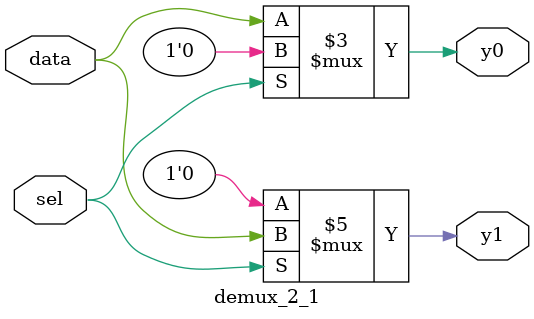
<source format=v>
module demux_2_1(
	input sel,data,
	output reg y0,y1
);

always @(*) begin 

	y0 = (sel == 1'b0) ? data : 1'b0;
	y1 = (sel == 1'b1) ? data : 1'b0;
	
end 
endmodule 
</source>
